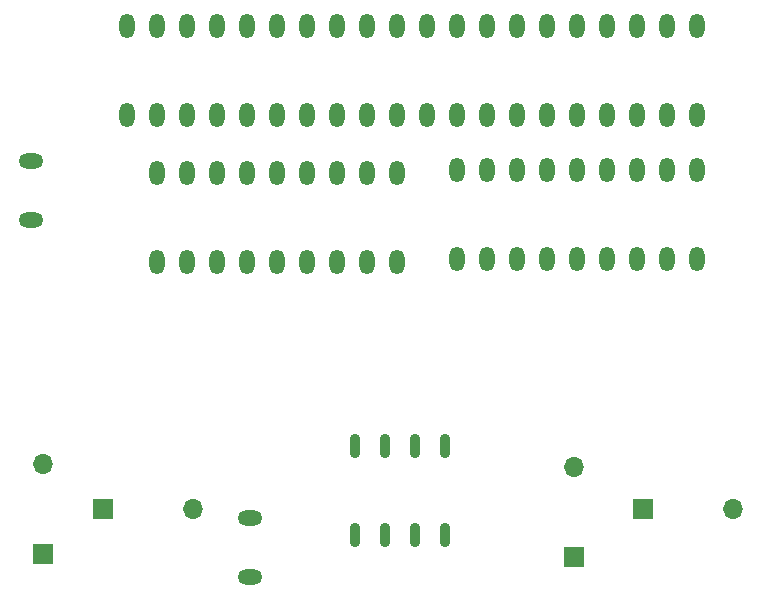
<source format=gbr>
%TF.GenerationSoftware,KiCad,Pcbnew,(5.1.6)-1*%
%TF.CreationDate,2020-08-05T10:29:03-07:00*%
%TF.ProjectId,vu_meter,76755f6d-6574-4657-922e-6b696361645f,rev?*%
%TF.SameCoordinates,Original*%
%TF.FileFunction,Soldermask,Bot*%
%TF.FilePolarity,Negative*%
%FSLAX46Y46*%
G04 Gerber Fmt 4.6, Leading zero omitted, Abs format (unit mm)*
G04 Created by KiCad (PCBNEW (5.1.6)-1) date 2020-08-05 10:29:03*
%MOMM*%
%LPD*%
G01*
G04 APERTURE LIST*
%ADD10O,1.300000X2.100000*%
%ADD11O,0.900000X2.100000*%
%ADD12O,2.100000X1.300000*%
%ADD13O,1.700000X1.700000*%
%ADD14R,1.700000X1.700000*%
G04 APERTURE END LIST*
D10*
%TO.C,U3*%
X148336000Y-57862000D03*
X148336000Y-50342000D03*
X145796000Y-57862000D03*
X145796000Y-50342000D03*
X143256000Y-57862000D03*
X143256000Y-50342000D03*
X140716000Y-57862000D03*
X140716000Y-50342000D03*
X138176000Y-57862000D03*
X138176000Y-50342000D03*
X135636000Y-57862000D03*
X135636000Y-50342000D03*
X133096000Y-57862000D03*
X133096000Y-50342000D03*
X130556000Y-57862000D03*
X130556000Y-50342000D03*
X128016000Y-57862000D03*
X128016000Y-50342000D03*
%TD*%
%TO.C,U2*%
X122936000Y-58116000D03*
X122936000Y-50596000D03*
X120396000Y-58116000D03*
X120396000Y-50596000D03*
X117856000Y-58116000D03*
X117856000Y-50596000D03*
X115316000Y-58116000D03*
X115316000Y-50596000D03*
X112776000Y-58116000D03*
X112776000Y-50596000D03*
X110236000Y-58116000D03*
X110236000Y-50596000D03*
X107696000Y-58116000D03*
X107696000Y-50596000D03*
X105156000Y-58116000D03*
X105156000Y-50596000D03*
X102616000Y-58116000D03*
X102616000Y-50596000D03*
%TD*%
D11*
%TO.C,U1*%
X127000000Y-81230000D03*
X127000000Y-73710000D03*
X124460000Y-81230000D03*
X124460000Y-73710000D03*
X121920000Y-81230000D03*
X121920000Y-73710000D03*
X119380000Y-81230000D03*
X119380000Y-73710000D03*
%TD*%
D12*
%TO.C,MK1*%
X110490000Y-79796000D03*
X110490000Y-84796000D03*
%TD*%
%TO.C,J1*%
X91948000Y-49530000D03*
X91948000Y-54530000D03*
%TD*%
D13*
%TO.C,D6*%
X105664000Y-78994000D03*
D14*
X98044000Y-78994000D03*
%TD*%
D13*
%TO.C,D5*%
X151384000Y-78994000D03*
D14*
X143764000Y-78994000D03*
%TD*%
D13*
%TO.C,D4*%
X92964000Y-75184000D03*
D14*
X92964000Y-82804000D03*
%TD*%
D13*
%TO.C,D3*%
X137922000Y-75438000D03*
D14*
X137922000Y-83058000D03*
%TD*%
D10*
%TO.C,D2*%
X148336000Y-45670000D03*
X148336000Y-38150000D03*
X145796000Y-45670000D03*
X145796000Y-38150000D03*
X143256000Y-45670000D03*
X143256000Y-38150000D03*
X140716000Y-45670000D03*
X140716000Y-38150000D03*
X138176000Y-45670000D03*
X138176000Y-38150000D03*
X135636000Y-45670000D03*
X135636000Y-38150000D03*
X133096000Y-45670000D03*
X133096000Y-38150000D03*
X130556000Y-45670000D03*
X130556000Y-38150000D03*
X128016000Y-45670000D03*
X128016000Y-38150000D03*
X125476000Y-45670000D03*
X125476000Y-38150000D03*
%TD*%
%TO.C,D1*%
X122936000Y-45670000D03*
X122936000Y-38150000D03*
X120396000Y-45670000D03*
X120396000Y-38150000D03*
X117856000Y-45670000D03*
X117856000Y-38150000D03*
X115316000Y-45670000D03*
X115316000Y-38150000D03*
X112776000Y-45670000D03*
X112776000Y-38150000D03*
X110236000Y-45670000D03*
X110236000Y-38150000D03*
X107696000Y-45670000D03*
X107696000Y-38150000D03*
X105156000Y-45670000D03*
X105156000Y-38150000D03*
X102616000Y-45670000D03*
X102616000Y-38150000D03*
X100076000Y-45670000D03*
X100076000Y-38150000D03*
%TD*%
M02*

</source>
